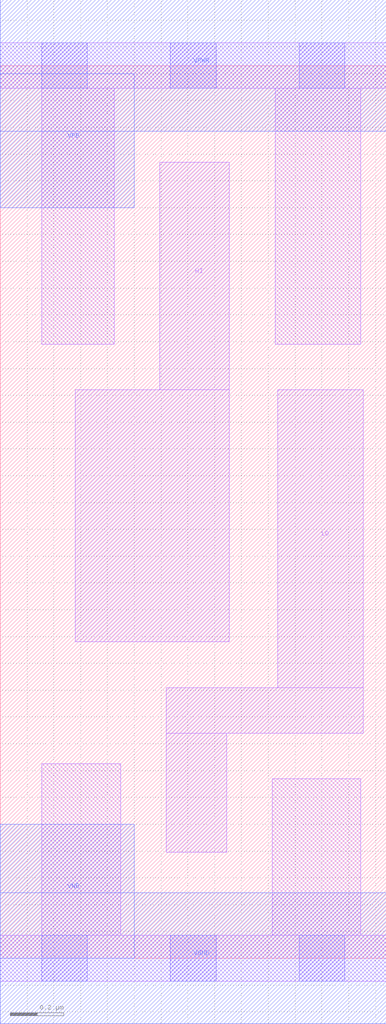
<source format=lef>
# Copyright 2020 The SkyWater PDK Authors
#
# Licensed under the Apache License, Version 2.0 (the "License");
# you may not use this file except in compliance with the License.
# You may obtain a copy of the License at
#
#     https://www.apache.org/licenses/LICENSE-2.0
#
# Unless required by applicable law or agreed to in writing, software
# distributed under the License is distributed on an "AS IS" BASIS,
# WITHOUT WARRANTIES OR CONDITIONS OF ANY KIND, either express or implied.
# See the License for the specific language governing permissions and
# limitations under the License.
#
# SPDX-License-Identifier: Apache-2.0

VERSION 5.5 ;
NAMESCASESENSITIVE ON ;
BUSBITCHARS "[]" ;
DIVIDERCHAR "/" ;
MACRO sky130_fd_sc_lp__conb_1
  CLASS CORE ;
  SOURCE USER ;
  ORIGIN  0.000000  0.000000 ;
  SIZE  1.440000 BY  3.330000 ;
  SYMMETRY X Y R90 ;
  SITE unit ;
  PIN HI
    ANTENNADIFFAREA  0.179200 ;
    ANTENNAGATEAREA  0.159000 ;
    DIRECTION OUTPUT ;
    USE SIGNAL ;
    PORT
      LAYER li1 ;
        RECT 0.280000 1.180000 0.855000 2.120000 ;
        RECT 0.595000 2.120000 0.855000 2.970000 ;
    END
  END HI
  PIN LO
    ANTENNADIFFAREA  0.117600 ;
    ANTENNAGATEAREA  0.159000 ;
    DIRECTION OUTPUT ;
    USE SIGNAL ;
    PORT
      LAYER li1 ;
        RECT 0.620000 0.395000 0.845000 0.840000 ;
        RECT 0.620000 0.840000 1.355000 1.010000 ;
        RECT 1.035000 1.010000 1.355000 2.120000 ;
    END
  END LO
  PIN VGND
    DIRECTION INOUT ;
    USE GROUND ;
    PORT
      LAYER met1 ;
        RECT 0.000000 -0.245000 1.440000 0.245000 ;
    END
  END VGND
  PIN VNB
    DIRECTION INOUT ;
    USE GROUND ;
    PORT
    END
  END VNB
  PIN VPB
    DIRECTION INOUT ;
    USE POWER ;
    PORT
    END
  END VPB
  PIN VNB
    DIRECTION INOUT ;
    USE GROUND ;
    PORT
      LAYER met1 ;
        RECT 0.000000 0.000000 0.500000 0.500000 ;
    END
  END VNB
  PIN VPB
    DIRECTION INOUT ;
    USE POWER ;
    PORT
      LAYER met1 ;
        RECT 0.000000 2.800000 0.500000 3.300000 ;
    END
  END VPB
  PIN VPWR
    DIRECTION INOUT ;
    USE POWER ;
    PORT
      LAYER met1 ;
        RECT 0.000000 3.085000 1.440000 3.575000 ;
    END
  END VPWR
  OBS
    LAYER li1 ;
      RECT 0.000000 -0.085000 1.440000 0.085000 ;
      RECT 0.000000  3.245000 1.440000 3.415000 ;
      RECT 0.155000  0.085000 0.450000 0.725000 ;
      RECT 0.155000  2.290000 0.425000 3.245000 ;
      RECT 1.015000  0.085000 1.345000 0.670000 ;
      RECT 1.025000  2.290000 1.345000 3.245000 ;
    LAYER mcon ;
      RECT 0.155000 -0.085000 0.325000 0.085000 ;
      RECT 0.155000  3.245000 0.325000 3.415000 ;
      RECT 0.635000 -0.085000 0.805000 0.085000 ;
      RECT 0.635000  3.245000 0.805000 3.415000 ;
      RECT 1.115000 -0.085000 1.285000 0.085000 ;
      RECT 1.115000  3.245000 1.285000 3.415000 ;
  END
END sky130_fd_sc_lp__conb_1
END LIBRARY

</source>
